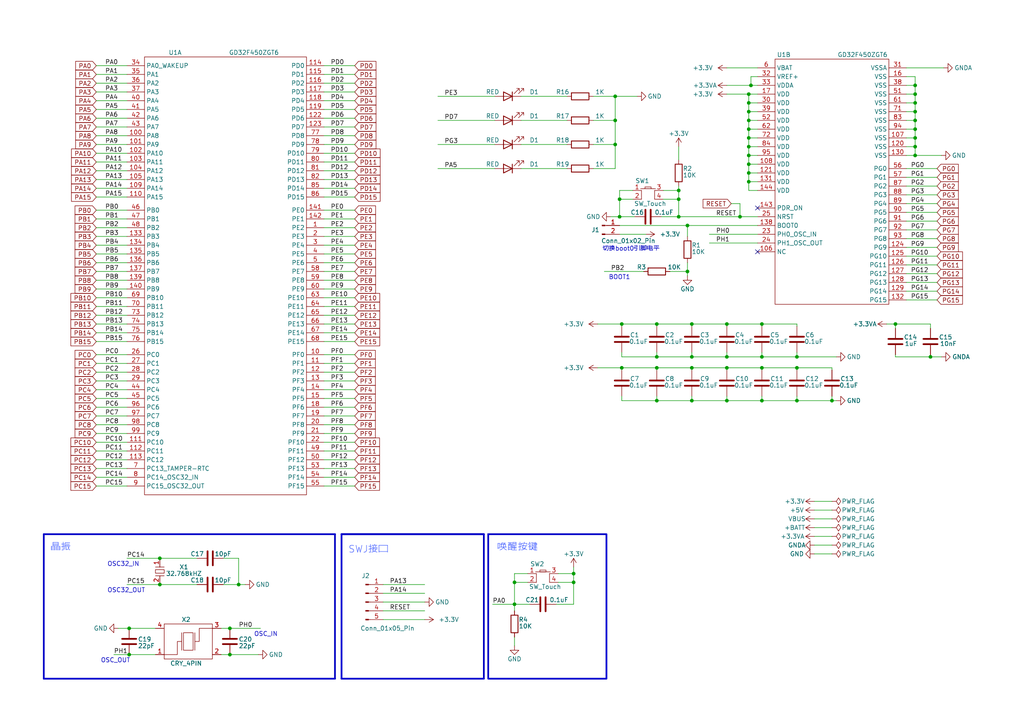
<source format=kicad_sch>
(kicad_sch (version 20230121) (generator eeschema)
  (paper "A4")
  (title_block (title "db_gd32f450") (date "2023-07-18"))
  (lib_symbols
    (symbol "Connector:Conn_01x02_Pin" (pin_names (offset 1.016) hide)
      (property "Reference" "J" (at 0 2.54 0))
      (property "Value" "Conn_01x02_Pin" (at 0 -5.08 0))
      (symbol "Conn_01x02_Pin_1_1"
        (pin passive line (at 5.08 0 180) (length 3.81) (name "Pin_1") (number "1"))
        (pin passive line (at 5.08 -2.54 180) (length 3.81) (name "Pin_2") (number "2"))
      )
    )
    (symbol "Connector:Conn_01x05_Pin" (pin_names (offset 1.016) hide)
      (property "Reference" "J" (at 0 7.62 0))
      (property "Value" "Conn_01x05_Pin" (at 0 -7.62 0))
      (symbol "Conn_01x05_Pin_1_1"
        (pin passive line (at 5.08 5.08 180) (length 3.81) (name "Pin_1") (number "1"))
        (pin passive line (at 5.08 2.54 180) (length 3.81) (name "Pin_2") (number "2"))
        (pin passive line (at 5.08 0 180) (length 3.81) (name "Pin_3") (number "3"))
        (pin passive line (at 5.08 -2.54 180) (length 3.81) (name "Pin_4") (number "4"))
        (pin passive line (at 5.08 -5.08 180) (length 3.81) (name "Pin_5") (number "5"))
      )
    )
    (symbol "Device:C" (pin_numbers hide) (pin_names (offset 0.254))
      (property "Reference" "C" (at 0.635 2.54 0))
      (property "Value" "C" (at 0.635 -2.54 0))
      (symbol "C_1_1"
        (pin passive line (at 0 3.81 270) (length 2.794) (name "~") (number "1"))
        (pin passive line (at 0 -3.81 90) (length 2.794) (name "~") (number "2"))
      )
    )
    (symbol "Device:LED" (pin_numbers hide) (pin_names (offset 1.016) hide)
      (property "Reference" "D" (at 0 2.54 0))
      (property "Value" "LED" (at 0 -2.54 0))
      (symbol "LED_1_1"
        (pin passive line (at -3.81 0 0) (length 2.54) (name "K") (number "1"))
        (pin passive line (at 3.81 0 180) (length 2.54) (name "A") (number "2"))
      )
    )
    (symbol "Device:R" (pin_numbers hide) (pin_names (offset 0))
      (property "Reference" "R" (at 2.032 0 90))
      (property "Value" "R" (at 0 0 90))
      (symbol "R_1_1"
        (pin passive line (at 0 3.81 270) (length 1.27) (name "~") (number "1"))
        (pin passive line (at 0 -3.81 90) (length 1.27) (name "~") (number "2"))
      )
    )
    (symbol "os_crystal_oscillator_libary:CRY_2PIN"
      (property "Reference" "X" (at -2.54 0 0))
      (property "Value" "CRY_2PIN" (at -2.54 -5.08 0))
      (symbol "CRY_2PIN_1_1"
        (pin passive line (at -6.35 -2.54 0) (length 2.54) (name "") (number "1"))
        (pin passive line (at 1.27 -2.54 180) (length 2.54) (name "") (number "2"))
      )
    )
    (symbol "os_crystal_oscillator_libary:CRY_4PIN"
      (property "Reference" "X" (at 0 1.27 0))
      (property "Value" "CRY_4PIN" (at 0 -11.43 0))
      (symbol "CRY_4PIN_1_1"
        (pin passive line (at -8.89 -8.89 0) (length 2.54) (name "") (number "1"))
        (pin passive line (at 10.16 -8.89 180) (length 2.54) (name "") (number "2"))
        (pin passive line (at 10.16 -1.27 180) (length 2.54) (name "") (number "3"))
        (pin passive line (at -8.89 -1.27 0) (length 2.54) (name "") (number "4"))
      )
    )
    (symbol "os_mcu_libary:U_GD32F450ZGT6"
      (property "Reference" "U" (at -13.97 1.27 0))
      (property "Value" "GD32F450ZGT6" (at 8.89 1.27 0))
      (symbol "U_GD32F450ZGT6_1_1"
        (pin passive line (at 29.21 -49.53 180) (length 5.08) (name "PE2") (number "1"))
        (pin passive line (at 29.21 -86.36 180) (length 5.08) (name "PF0") (number "10"))
        (pin passive line (at -27.94 -22.86 0) (length 5.08) (name "PA8") (number "100"))
        (pin passive line (at -27.94 -25.4 0) (length 5.08) (name "PA9") (number "101"))
        (pin passive line (at -27.94 -27.94 0) (length 5.08) (name "PA10") (number "102"))
        (pin passive line (at -27.94 -30.48 0) (length 5.08) (name "PA11") (number "103"))
        (pin passive line (at -27.94 -33.02 0) (length 5.08) (name "PA12") (number "104"))
        (pin passive line (at -27.94 -35.56 0) (length 5.08) (name "PA13") (number "105"))
        (pin passive line (at -27.94 -38.1 0) (length 5.08) (name "PA14") (number "109"))
        (pin passive line (at 29.21 -88.9 180) (length 5.08) (name "PF1") (number "11"))
        (pin passive line (at -27.94 -40.64 0) (length 5.08) (name "PA15") (number "110"))
        (pin passive line (at -27.94 -111.76 0) (length 5.08) (name "PC10") (number "111"))
        (pin passive line (at -27.94 -114.3 0) (length 5.08) (name "PC11") (number "112"))
        (pin passive line (at -27.94 -116.84 0) (length 5.08) (name "PC12") (number "113"))
        (pin passive line (at 29.21 -2.54 180) (length 5.08) (name "PD0") (number "114"))
        (pin passive line (at 29.21 -5.08 180) (length 5.08) (name "PD1") (number "115"))
        (pin passive line (at 29.21 -7.62 180) (length 5.08) (name "PD2") (number "116"))
        (pin passive line (at 29.21 -10.16 180) (length 5.08) (name "PD3") (number "117"))
        (pin passive line (at 29.21 -12.7 180) (length 5.08) (name "PD4") (number "118"))
        (pin passive line (at 29.21 -15.24 180) (length 5.08) (name "PD5") (number "119"))
        (pin passive line (at 29.21 -91.44 180) (length 5.08) (name "PF2") (number "12"))
        (pin passive line (at 29.21 -17.78 180) (length 5.08) (name "PD6") (number "122"))
        (pin passive line (at 29.21 -20.32 180) (length 5.08) (name "PD7") (number "123"))
        (pin passive line (at 29.21 -93.98 180) (length 5.08) (name "PF3") (number "13"))
        (pin passive line (at -27.94 -52.07 0) (length 5.08) (name "PB3") (number "133"))
        (pin passive line (at -27.94 -54.61 0) (length 5.08) (name "PB4") (number "134"))
        (pin passive line (at -27.94 -57.15 0) (length 5.08) (name "PB5") (number "135"))
        (pin passive line (at -27.94 -59.69 0) (length 5.08) (name "PB6") (number "136"))
        (pin passive line (at -27.94 -62.23 0) (length 5.08) (name "PB7") (number "137"))
        (pin passive line (at -27.94 -64.77 0) (length 5.08) (name "PB8") (number "139"))
        (pin passive line (at 29.21 -96.52 180) (length 5.08) (name "PF4") (number "14"))
        (pin passive line (at -27.94 -67.31 0) (length 5.08) (name "PB9") (number "140"))
        (pin passive line (at 29.21 -44.45 180) (length 5.08) (name "PE0") (number "141"))
        (pin passive line (at 29.21 -46.99 180) (length 5.08) (name "PE1") (number "142"))
        (pin passive line (at 29.21 -99.06 180) (length 5.08) (name "PF5") (number "15"))
        (pin passive line (at 29.21 -101.6 180) (length 5.08) (name "PF6") (number "18"))
        (pin passive line (at 29.21 -104.14 180) (length 5.08) (name "PF7") (number "19"))
        (pin passive line (at 29.21 -52.07 180) (length 5.08) (name "PE3") (number "2"))
        (pin passive line (at 29.21 -106.68 180) (length 5.08) (name "PF8") (number "20"))
        (pin passive line (at 29.21 -109.22 180) (length 5.08) (name "PF9") (number "21"))
        (pin passive line (at 29.21 -111.76 180) (length 5.08) (name "PF10") (number "22"))
        (pin passive line (at -27.94 -86.36 0) (length 5.08) (name "PC0") (number "26"))
        (pin passive line (at -27.94 -88.9 0) (length 5.08) (name "PC1") (number "27"))
        (pin passive line (at -27.94 -91.44 0) (length 5.08) (name "PC2") (number "28"))
        (pin passive line (at -27.94 -93.98 0) (length 5.08) (name "PC3") (number "29"))
        (pin passive line (at 29.21 -54.61 180) (length 5.08) (name "PE4") (number "3"))
        (pin passive line (at -27.94 -2.54 0) (length 5.08) (name "PA0_WAKEUP") (number "34"))
        (pin passive line (at -27.94 -5.08 0) (length 5.08) (name "PA1") (number "35"))
        (pin passive line (at -27.94 -7.62 0) (length 5.08) (name "PA2") (number "36"))
        (pin passive line (at -27.94 -10.16 0) (length 5.08) (name "PA3") (number "37"))
        (pin passive line (at 29.21 -57.15 180) (length 5.08) (name "PE5") (number "4"))
        (pin passive line (at -27.94 -12.7 0) (length 5.08) (name "PA4") (number "40"))
        (pin passive line (at -27.94 -15.24 0) (length 5.08) (name "PA5") (number "41"))
        (pin passive line (at -27.94 -17.78 0) (length 5.08) (name "PA6") (number "42"))
        (pin passive line (at -27.94 -20.32 0) (length 5.08) (name "PA7") (number "43"))
        (pin passive line (at -27.94 -96.52 0) (length 5.08) (name "PC4") (number "44"))
        (pin passive line (at -27.94 -99.06 0) (length 5.08) (name "PC5") (number "45"))
        (pin passive line (at -27.94 -44.45 0) (length 5.08) (name "PB0") (number "46"))
        (pin passive line (at -27.94 -46.99 0) (length 5.08) (name "PB1") (number "47"))
        (pin passive line (at -27.94 -49.53 0) (length 5.08) (name "PB2") (number "48"))
        (pin passive line (at 29.21 -114.3 180) (length 5.08) (name "PF11") (number "49"))
        (pin passive line (at 29.21 -59.69 180) (length 5.08) (name "PE6") (number "5"))
        (pin passive line (at 29.21 -116.84 180) (length 5.08) (name "PF12") (number "50"))
        (pin passive line (at 29.21 -119.38 180) (length 5.08) (name "PF13") (number "53"))
        (pin passive line (at 29.21 -121.92 180) (length 5.08) (name "PF14") (number "54"))
        (pin passive line (at 29.21 -124.46 180) (length 5.08) (name "PF15") (number "55"))
        (pin passive line (at 29.21 -62.23 180) (length 5.08) (name "PE7") (number "58"))
        (pin passive line (at 29.21 -64.77 180) (length 5.08) (name "PE8") (number "59"))
        (pin passive line (at 29.21 -67.31 180) (length 5.08) (name "PE9") (number "60"))
        (pin passive line (at 29.21 -69.85 180) (length 5.08) (name "PE10") (number "63"))
        (pin passive line (at 29.21 -72.39 180) (length 5.08) (name "PE11") (number "64"))
        (pin passive line (at 29.21 -74.93 180) (length 5.08) (name "PE12") (number "65"))
        (pin passive line (at 29.21 -77.47 180) (length 5.08) (name "PE13") (number "66"))
        (pin passive line (at 29.21 -80.01 180) (length 5.08) (name "PE14") (number "67"))
        (pin passive line (at 29.21 -82.55 180) (length 5.08) (name "PE15") (number "68"))
        (pin passive line (at -27.94 -69.85 0) (length 5.08) (name "PB10") (number "69"))
        (pin passive line (at -27.94 -119.38 0) (length 5.08) (name "PC13_TAMPER-RTC") (number "7"))
        (pin passive line (at -27.94 -72.39 0) (length 5.08) (name "PB11") (number "70"))
        (pin passive line (at -27.94 -74.93 0) (length 5.08) (name "PB12") (number "73"))
        (pin passive line (at -27.94 -77.47 0) (length 5.08) (name "PB13") (number "74"))
        (pin passive line (at -27.94 -80.01 0) (length 5.08) (name "PB14") (number "75"))
        (pin passive line (at -27.94 -82.55 0) (length 5.08) (name "PB15") (number "76"))
        (pin passive line (at 29.21 -22.86 180) (length 5.08) (name "PD8") (number "77"))
        (pin passive line (at 29.21 -25.4 180) (length 5.08) (name "PD9") (number "78"))
        (pin passive line (at 29.21 -27.94 180) (length 5.08) (name "PD10") (number "79"))
        (pin passive line (at -27.94 -121.92 0) (length 5.08) (name "PC14_OSC32_IN") (number "8"))
        (pin passive line (at 29.21 -30.48 180) (length 5.08) (name "PD11") (number "80"))
        (pin passive line (at 29.21 -33.02 180) (length 5.08) (name "PD12") (number "81"))
        (pin passive line (at 29.21 -35.56 180) (length 5.08) (name "PD13") (number "82"))
        (pin passive line (at 29.21 -38.1 180) (length 5.08) (name "PD14") (number "85"))
        (pin passive line (at 29.21 -40.64 180) (length 5.08) (name "PD15") (number "86"))
        (pin passive line (at -27.94 -124.46 0) (length 5.08) (name "PC15_OSC32_OUT") (number "9"))
        (pin passive line (at -27.94 -101.6 0) (length 5.08) (name "PC6") (number "96"))
        (pin passive line (at -27.94 -104.14 0) (length 5.08) (name "PC7") (number "97"))
        (pin passive line (at -27.94 -106.68 0) (length 5.08) (name "PC8") (number "98"))
        (pin passive line (at -27.94 -109.22 0) (length 5.08) (name "PC9") (number "99"))
      )
      (symbol "U_GD32F450ZGT6_2_1"
        (pin passive line (at -21.59 -55.88 0) (length 5.08) (name "NC") (number "106"))
        (pin passive line (at 21.59 -22.86 180) (length 5.08) (name "VSS") (number "107"))
        (pin passive line (at -21.59 -30.48 0) (length 5.08) (name "VDD") (number "108"))
        (pin passive line (at 21.59 -25.4 180) (length 5.08) (name "VSS") (number "120"))
        (pin passive line (at -21.59 -33.02 0) (length 5.08) (name "VDD") (number "121"))
        (pin passive line (at 21.59 -54.61 180) (length 5.08) (name "PG9") (number "124"))
        (pin passive line (at 21.59 -57.15 180) (length 5.08) (name "PG10") (number "125"))
        (pin passive line (at 21.59 -59.69 180) (length 5.08) (name "PG11") (number "126"))
        (pin passive line (at 21.59 -62.23 180) (length 5.08) (name "PG12") (number "127"))
        (pin passive line (at 21.59 -64.77 180) (length 5.08) (name "PG13") (number "128"))
        (pin passive line (at 21.59 -67.31 180) (length 5.08) (name "PG14") (number "129"))
        (pin passive line (at 21.59 -27.94 180) (length 5.08) (name "VSS") (number "130"))
        (pin passive line (at -21.59 -35.56 0) (length 5.08) (name "VDD") (number "131"))
        (pin passive line (at 21.59 -69.85 180) (length 5.08) (name "PG15") (number "132"))
        (pin passive line (at -21.59 -48.26 0) (length 5.08) (name "BOOT0") (number "138"))
        (pin passive line (at -21.59 -43.18 0) (length 5.08) (name "PDR_ON") (number "143"))
        (pin passive line (at -21.59 -38.1 0) (length 5.08) (name "VDD") (number "144"))
        (pin passive line (at 21.59 -5.08 180) (length 5.08) (name "VSS") (number "16"))
        (pin passive line (at -21.59 -10.16 0) (length 5.08) (name "VDD") (number "17"))
        (pin passive line (at -21.59 -50.8 0) (length 5.08) (name "PH0_OSC_IN") (number "23"))
        (pin passive line (at -21.59 -53.34 0) (length 5.08) (name "PH1_OSC_OUT") (number "24"))
        (pin passive line (at -21.59 -45.72 0) (length 5.08) (name "NRST") (number "25"))
        (pin passive line (at -21.59 -12.7 0) (length 5.08) (name "VDD") (number "30"))
        (pin passive line (at 21.59 -2.54 180) (length 5.08) (name "VSSA") (number "31"))
        (pin passive line (at -21.59 -5.08 0) (length 5.08) (name "VREF+") (number "32"))
        (pin passive line (at -21.59 -7.62 0) (length 5.08) (name "VDDA") (number "33"))
        (pin passive line (at 21.59 -7.62 180) (length 5.08) (name "VSS") (number "38"))
        (pin passive line (at -21.59 -15.24 0) (length 5.08) (name "VDD") (number "39"))
        (pin passive line (at 21.59 -10.16 180) (length 5.08) (name "VSS") (number "51"))
        (pin passive line (at -21.59 -17.78 0) (length 5.08) (name "VDD") (number "52"))
        (pin passive line (at 21.59 -31.75 180) (length 5.08) (name "PG0") (number "56"))
        (pin passive line (at 21.59 -34.29 180) (length 5.08) (name "PG1") (number "57"))
        (pin passive line (at -21.59 -2.54 0) (length 5.08) (name "VBAT") (number "6"))
        (pin passive line (at 21.59 -12.7 180) (length 5.08) (name "VSS") (number "61"))
        (pin passive line (at -21.59 -20.32 0) (length 5.08) (name "VDD") (number "62"))
        (pin passive line (at 21.59 -15.24 180) (length 5.08) (name "VSS") (number "71"))
        (pin passive line (at -21.59 -22.86 0) (length 5.08) (name "VDD") (number "72"))
        (pin passive line (at 21.59 -17.78 180) (length 5.08) (name "VSS") (number "83"))
        (pin passive line (at -21.59 -25.4 0) (length 5.08) (name "VDD") (number "84"))
        (pin passive line (at 21.59 -36.83 180) (length 5.08) (name "PG2") (number "87"))
        (pin passive line (at 21.59 -39.37 180) (length 5.08) (name "PG3") (number "88"))
        (pin passive line (at 21.59 -41.91 180) (length 5.08) (name "PG4") (number "89"))
        (pin passive line (at 21.59 -44.45 180) (length 5.08) (name "PG5") (number "90"))
        (pin passive line (at 21.59 -46.99 180) (length 5.08) (name "PG6") (number "91"))
        (pin passive line (at 21.59 -49.53 180) (length 5.08) (name "PG7") (number "92"))
        (pin passive line (at 21.59 -52.07 180) (length 5.08) (name "PG8") (number "93"))
        (pin passive line (at 21.59 -20.32 180) (length 5.08) (name "VSS") (number "94"))
        (pin passive line (at -21.59 -27.94 0) (length 5.08) (name "VDD") (number "95"))
      )
    )
    (symbol "os_switch_libary:SW_Touch"
      (property "Reference" "SW" (at -2.286 0.254 0))
      (property "Value" "SW_Touch" (at 0 -6.35 0))
      (symbol "SW_Touch_1_1"
        (pin passive line (at -5.08 -2.54 0) (length 2.54) (name "") (number "1"))
        (pin passive line (at -5.08 -5.08 0) (length 2.54) (name "") (number "2"))
        (pin passive line (at 3.81 -2.54 180) (length 2.54) (name "") (number "3"))
        (pin passive line (at 3.81 -5.08 180) (length 2.54) (name "") (number "4"))
      )
    )
    (symbol "power:+3.3V" (power) (pin_names (offset 0))
      (property "Value" "+3.3V" (at 0 3.556 0))
      (symbol "+3.3V_1_1"
        (pin power_in line (at 0 0 90) (length 0) hide (name "+3.3V") (number "1"))
      )
    )
    (symbol "power:+3.3VA" (power) (pin_names (offset 0))
      (property "Value" "+3.3VA" (at 0 3.556 0))
      (symbol "+3.3VA_1_1"
        (pin power_in line (at 0 0 90) (length 0) hide (name "+3.3VA") (number "1"))
      )
    )
    (symbol "power:+5V" (power) (pin_names (offset 0))
      (property "Value" "+5V" (at 0 3.556 0))
      (symbol "+5V_1_1"
        (pin power_in line (at 0 0 90) (length 0) hide (name "+5V") (number "1"))
      )
    )
    (symbol "power:+BATT" (power) (pin_names (offset 0))
      (property "Value" "+BATT" (at 0 3.556 0))
      (symbol "+BATT_1_1"
        (pin power_in line (at 0 0 90) (length 0) hide (name "+BATT") (number "1"))
      )
    )
    (symbol "power:GND" (power) (pin_names (offset 0))
      (property "Value" "GND" (at 0 -3.81 0))
      (symbol "GND_1_1"
        (pin power_in line (at 0 0 270) (length 0) hide (name "GND") (number "1"))
      )
    )
    (symbol "power:GNDA" (power) (pin_names (offset 0))
      (property "Value" "GNDA" (at 0 -3.81 0))
      (symbol "GNDA_1_1"
        (pin power_in line (at 0 0 270) (length 0) hide (name "GNDA") (number "1"))
      )
    )
    (symbol "power:PWR_FLAG" (power) (pin_numbers hide) (pin_names (offset 0) hide)
      (property "Value" "PWR_FLAG" (at 0 3.81 0))
      (symbol "PWR_FLAG_0_0"
        (pin power_out line (at 0 0 90) (length 0) (name "pwr") (number "1"))
      )
    )
    (symbol "power:VBUS" (power) (pin_names (offset 0))
      (property "Value" "VBUS" (at 0 3.81 0))
      (symbol "VBUS_1_1"
        (pin power_in line (at 0 0 90) (length 0) hide (name "VBUS") (number "1"))
      )
    )
  )
  (junction (at 190.5 93.98))
  (junction (at 220.98 103.505))
  (junction (at 217.17 40.005))
  (junction (at 37.465 182.245))
  (junction (at 210.82 116.205))
  (junction (at 265.43 29.845))
  (junction (at 190.5 116.205))
  (junction (at 179.705 57.785))
  (junction (at 265.43 42.545))
  (junction (at 180.34 93.98))
  (junction (at 265.43 40.005))
  (junction (at 200.66 103.505))
  (junction (at 199.39 78.74))
  (junction (at 265.43 45.085))
  (junction (at 265.43 37.465))
  (junction (at 214.63 62.865))
  (junction (at 37.465 189.865))
  (junction (at 241.3 116.205))
  (junction (at 210.82 103.505))
  (junction (at 149.225 168.91))
  (junction (at 217.17 42.545))
  (junction (at 217.17 37.465))
  (junction (at 190.5 103.505))
  (junction (at 149.225 175.26))
  (junction (at 265.43 34.925))
  (junction (at 217.17 47.625))
  (junction (at 190.5 106.68))
  (junction (at 217.17 27.305))
  (junction (at 199.39 65.405))
  (junction (at 66.675 189.865))
  (junction (at 265.43 24.765))
  (junction (at 178.435 34.925))
  (junction (at 180.34 106.68))
  (junction (at 217.17 50.165))
  (junction (at 66.675 182.245))
  (junction (at 196.85 57.785))
  (junction (at 200.66 116.205))
  (junction (at 178.435 41.91))
  (junction (at 269.875 103.505))
  (junction (at 217.17 45.085))
  (junction (at 210.82 106.68))
  (junction (at 166.37 166.37))
  (junction (at 217.805 24.765))
  (junction (at 217.17 34.925))
  (junction (at 178.435 27.94))
  (junction (at 210.82 93.98))
  (junction (at 265.43 27.305))
  (junction (at 217.17 29.845))
  (junction (at 220.98 106.68))
  (junction (at 231.14 103.505))
  (junction (at 231.14 116.205))
  (junction (at 200.66 106.68))
  (junction (at 179.705 62.865))
  (junction (at 46.355 169.545))
  (junction (at 231.14 106.68))
  (junction (at 196.85 62.865))
  (junction (at 265.43 32.385))
  (junction (at 220.98 93.98))
  (junction (at 220.98 116.205))
  (junction (at 200.66 93.98))
  (junction (at 46.355 161.925))
  (junction (at 259.715 93.98))
  (junction (at 217.17 52.705))
  (junction (at 166.37 168.91))
  (junction (at 69.215 169.545))
  (junction (at 196.85 55.245))
  (junction (at 217.17 32.385))
  (no_connect (at 219.71 73.025))
  (no_connect (at 219.71 60.325))
  (wire (pts (xy 27.94 44.45) (xy 36.83 44.45)))
  (wire (pts (xy 27.94 41.91) (xy 36.83 41.91)))
  (wire (pts (xy 259.715 93.98) (xy 259.715 95.25)))
  (wire (pts (xy 27.94 31.75) (xy 36.83 31.75)))
  (wire (pts (xy 27.94 71.12) (xy 36.83 71.12)))
  (wire (pts (xy 214.63 62.865) (xy 214.63 59.055)))
  (wire (pts (xy 262.89 84.455) (xy 271.78 84.455)))
  (wire (pts (xy 190.5 116.205) (xy 190.5 114.935)))
  (wire (pts (xy 93.98 128.27) (xy 102.87 128.27)))
  (wire (pts (xy 127 34.925) (xy 143.51 34.925)))
  (wire (pts (xy 27.94 49.53) (xy 36.83 49.53)))
  (wire (pts (xy 262.89 48.895) (xy 271.78 48.895)))
  (wire (pts (xy 190.5 106.68) (xy 200.66 106.68)))
  (wire (pts (xy 93.98 120.65) (xy 102.87 120.65)))
  (wire (pts (xy 175.26 78.74) (xy 186.69 78.74)))
  (wire (pts (xy 93.98 123.19) (xy 102.87 123.19)))
  (wire (pts (xy 93.98 110.49) (xy 102.87 110.49)))
  (wire (pts (xy 27.94 128.27) (xy 36.83 128.27)))
  (wire (pts (xy 217.17 29.845) (xy 217.17 32.385)))
  (wire (pts (xy 199.39 65.405) (xy 219.71 65.405)))
  (wire (pts (xy 220.98 116.205) (xy 220.98 114.935)))
  (wire (pts (xy 259.715 93.98) (xy 269.875 93.98)))
  (wire (pts (xy 37.465 189.865) (xy 45.085 189.865)))
  (wire (pts (xy 192.405 57.785) (xy 196.85 57.785)))
  (wire (pts (xy 27.94 130.81) (xy 36.83 130.81)))
  (wire (pts (xy 166.37 175.26) (xy 161.29 175.26)))
  (wire (pts (xy 93.98 86.36) (xy 102.87 86.36)))
  (wire (pts (xy 200.66 106.68) (xy 210.82 106.68)))
  (wire (pts (xy 205.74 70.485) (xy 219.71 70.485)))
  (wire (pts (xy 93.98 57.15) (xy 102.87 57.15)))
  (wire (pts (xy 149.225 184.785) (xy 149.225 187.325)))
  (wire (pts (xy 27.94 105.41) (xy 36.83 105.41)))
  (wire (pts (xy 93.98 130.81) (xy 102.87 130.81)))
  (wire (pts (xy 69.215 161.925) (xy 69.215 169.545)))
  (wire (pts (xy 178.435 41.91) (xy 178.435 48.895)))
  (wire (pts (xy 27.94 118.11) (xy 36.83 118.11)))
  (wire (pts (xy 190.5 116.205) (xy 200.66 116.205)))
  (wire (pts (xy 190.5 103.505) (xy 190.5 102.235)))
  (wire (pts (xy 93.98 19.05) (xy 102.87 19.05)))
  (wire (pts (xy 111.125 169.545) (xy 123.19 169.545)))
  (wire (pts (xy 236.22 147.955) (xy 241.3 147.955)))
  (wire (pts (xy 262.89 61.595) (xy 271.78 61.595)))
  (polyline (pts (xy 97.155 196.85) (xy 12.7 196.85)) (stroke (width 0.5)))
  (wire (pts (xy 220.98 116.205) (xy 231.14 116.205)))
  (wire (pts (xy 262.89 66.675) (xy 271.78 66.675)))
  (wire (pts (xy 217.17 37.465) (xy 219.71 37.465)))
  (wire (pts (xy 93.98 63.5) (xy 102.87 63.5)))
  (wire (pts (xy 93.98 140.97) (xy 102.87 140.97)))
  (wire (pts (xy 93.98 26.67) (xy 102.87 26.67)))
  (wire (pts (xy 259.715 102.87) (xy 259.715 103.505)))
  (wire (pts (xy 93.98 83.82) (xy 102.87 83.82)))
  (wire (pts (xy 93.98 34.29) (xy 102.87 34.29)))
  (wire (pts (xy 64.77 169.545) (xy 69.215 169.545)))
  (wire (pts (xy 172.085 27.94) (xy 178.435 27.94)))
  (wire (pts (xy 93.98 66.04) (xy 102.87 66.04)))
  (wire (pts (xy 219.71 22.225) (xy 217.805 22.225)))
  (wire (pts (xy 27.94 81.28) (xy 36.83 81.28)))
  (wire (pts (xy 265.43 24.765) (xy 265.43 27.305)))
  (wire (pts (xy 236.22 160.655) (xy 241.3 160.655)))
  (wire (pts (xy 180.34 93.98) (xy 190.5 93.98)))
  (wire (pts (xy 178.435 34.925) (xy 178.435 41.91)))
  (wire (pts (xy 236.22 145.415) (xy 241.3 145.415)))
  (wire (pts (xy 27.94 99.06) (xy 36.83 99.06)))
  (wire (pts (xy 265.43 34.925) (xy 262.89 34.925)))
  (wire (pts (xy 93.98 29.21) (xy 102.87 29.21)))
  (wire (pts (xy 262.89 69.215) (xy 271.78 69.215)))
  (wire (pts (xy 196.85 55.245) (xy 192.405 55.245)))
  (polyline (pts (xy 12.7 154.94) (xy 97.155 154.94)) (stroke (width 0.5)))
  (wire (pts (xy 27.94 63.5) (xy 36.83 63.5)))
  (wire (pts (xy 217.17 37.465) (xy 217.17 40.005)))
  (wire (pts (xy 46.355 161.925) (xy 57.15 161.925)))
  (wire (pts (xy 179.705 65.405) (xy 199.39 65.405)))
  (wire (pts (xy 236.22 153.035) (xy 241.3 153.035)))
  (wire (pts (xy 93.98 118.11) (xy 102.87 118.11)))
  (wire (pts (xy 93.98 36.83) (xy 102.87 36.83)))
  (wire (pts (xy 27.94 88.9) (xy 36.83 88.9)))
  (wire (pts (xy 93.98 102.87) (xy 102.87 102.87)))
  (wire (pts (xy 210.82 94.615) (xy 210.82 93.98)))
  (wire (pts (xy 265.43 29.845) (xy 262.89 29.845)))
  (wire (pts (xy 262.89 56.515) (xy 271.78 56.515)))
  (wire (pts (xy 217.17 50.165) (xy 219.71 50.165)))
  (wire (pts (xy 93.98 44.45) (xy 102.87 44.45)))
  (wire (pts (xy 200.66 103.505) (xy 200.66 102.235)))
  (wire (pts (xy 66.675 182.245) (xy 75.565 182.245)))
  (wire (pts (xy 180.34 116.205) (xy 180.34 114.935)))
  (wire (pts (xy 34.29 182.245) (xy 37.465 182.245)))
  (wire (pts (xy 27.94 54.61) (xy 36.83 54.61)))
  (wire (pts (xy 217.17 52.705) (xy 219.71 52.705)))
  (wire (pts (xy 210.82 106.68) (xy 210.82 107.315)))
  (wire (pts (xy 200.66 94.615) (xy 200.66 93.98)))
  (wire (pts (xy 265.43 22.225) (xy 262.89 22.225)))
  (wire (pts (xy 27.94 115.57) (xy 36.83 115.57)))
  (wire (pts (xy 27.94 66.04) (xy 36.83 66.04)))
  (wire (pts (xy 173.355 93.98) (xy 180.34 93.98)))
  (wire (pts (xy 183.515 55.245) (xy 179.705 55.245)))
  (wire (pts (xy 93.98 125.73) (xy 102.87 125.73)))
  (wire (pts (xy 217.17 55.245) (xy 219.71 55.245)))
  (wire (pts (xy 151.13 41.91) (xy 164.465 41.91)))
  (wire (pts (xy 127 41.91) (xy 143.51 41.91)))
  (wire (pts (xy 93.98 99.06) (xy 102.87 99.06)))
  (wire (pts (xy 179.705 67.945) (xy 187.325 67.945)))
  (wire (pts (xy 111.125 177.165) (xy 123.19 177.165)))
  (wire (pts (xy 217.805 24.765) (xy 219.71 24.765)))
  (wire (pts (xy 194.31 78.74) (xy 199.39 78.74)))
  (wire (pts (xy 196.85 55.245) (xy 196.85 57.785)))
  (wire (pts (xy 196.85 53.975) (xy 196.85 55.245)))
  (wire (pts (xy 265.43 37.465) (xy 262.89 37.465)))
  (wire (pts (xy 27.94 76.2) (xy 36.83 76.2)))
  (wire (pts (xy 111.125 179.705) (xy 123.19 179.705)))
  (wire (pts (xy 27.94 46.99) (xy 36.83 46.99)))
  (wire (pts (xy 93.98 54.61) (xy 102.87 54.61)))
  (wire (pts (xy 217.17 50.165) (xy 217.17 52.705)))
  (wire (pts (xy 180.34 106.68) (xy 190.5 106.68)))
  (wire (pts (xy 210.82 24.765) (xy 217.805 24.765)))
  (wire (pts (xy 190.5 103.505) (xy 200.66 103.505)))
  (wire (pts (xy 93.98 115.57) (xy 102.87 115.57)))
  (wire (pts (xy 217.17 47.625) (xy 217.17 50.165)))
  (wire (pts (xy 262.89 59.055) (xy 271.78 59.055)))
  (wire (pts (xy 27.94 140.97) (xy 36.83 140.97)))
  (wire (pts (xy 196.85 62.865) (xy 214.63 62.865)))
  (wire (pts (xy 93.98 76.2) (xy 102.87 76.2)))
  (wire (pts (xy 93.98 138.43) (xy 102.87 138.43)))
  (wire (pts (xy 27.94 102.87) (xy 36.83 102.87)))
  (wire (pts (xy 27.94 138.43) (xy 36.83 138.43)))
  (wire (pts (xy 217.17 47.625) (xy 219.71 47.625)))
  (wire (pts (xy 93.98 52.07) (xy 102.87 52.07)))
  (wire (pts (xy 93.98 135.89) (xy 102.87 135.89)))
  (wire (pts (xy 93.98 113.03) (xy 102.87 113.03)))
  (wire (pts (xy 236.22 155.575) (xy 241.3 155.575)))
  (wire (pts (xy 265.43 40.005) (xy 265.43 42.545)))
  (wire (pts (xy 217.17 42.545) (xy 217.17 45.085)))
  (wire (pts (xy 179.705 57.785) (xy 179.705 55.245)))
  (wire (pts (xy 93.98 91.44) (xy 102.87 91.44)))
  (wire (pts (xy 93.98 78.74) (xy 102.87 78.74)))
  (wire (pts (xy 200.66 93.98) (xy 210.82 93.98)))
  (wire (pts (xy 27.94 24.13) (xy 36.83 24.13)))
  (wire (pts (xy 127 27.94) (xy 143.51 27.94)))
  (wire (pts (xy 149.225 168.91) (xy 149.225 175.26)))
  (wire (pts (xy 93.98 133.35) (xy 102.87 133.35)))
  (wire (pts (xy 151.13 48.895) (xy 164.465 48.895)))
  (wire (pts (xy 172.085 34.925) (xy 178.435 34.925)))
  (wire (pts (xy 93.98 88.9) (xy 102.87 88.9)))
  (wire (pts (xy 217.17 27.305) (xy 217.17 29.845)))
  (wire (pts (xy 265.43 32.385) (xy 262.89 32.385)))
  (wire (pts (xy 231.14 93.98) (xy 231.14 94.615)))
  (wire (pts (xy 265.43 37.465) (xy 265.43 40.005)))
  (wire (pts (xy 269.875 102.87) (xy 269.875 103.505)))
  (wire (pts (xy 93.98 39.37) (xy 102.87 39.37)))
  (wire (pts (xy 93.98 68.58) (xy 102.87 68.58)))
  (wire (pts (xy 220.98 103.505) (xy 220.98 102.235)))
  (wire (pts (xy 265.43 32.385) (xy 265.43 34.925)))
  (wire (pts (xy 27.94 133.35) (xy 36.83 133.35)))
  (wire (pts (xy 231.14 106.68) (xy 231.14 107.315)))
  (wire (pts (xy 74.93 189.865) (xy 66.675 189.865)))
  (wire (pts (xy 178.435 48.895) (xy 172.085 48.895)))
  (wire (pts (xy 220.98 94.615) (xy 220.98 93.98)))
  (wire (pts (xy 93.98 107.95) (xy 102.87 107.95)))
  (wire (pts (xy 142.875 175.26) (xy 149.225 175.26)))
  (wire (pts (xy 199.39 65.405) (xy 199.39 68.58)))
  (wire (pts (xy 27.94 110.49) (xy 36.83 110.49)))
  (wire (pts (xy 199.39 78.74) (xy 199.39 76.2)))
  (wire (pts (xy 265.43 22.225) (xy 265.43 24.765)))
  (wire (pts (xy 217.17 52.705) (xy 217.17 55.245)))
  (wire (pts (xy 27.94 57.15) (xy 36.83 57.15)))
  (wire (pts (xy 27.94 39.37) (xy 36.83 39.37)))
  (wire (pts (xy 220.98 103.505) (xy 231.14 103.505)))
  (wire (pts (xy 265.43 42.545) (xy 262.89 42.545)))
  (wire (pts (xy 262.89 71.755) (xy 271.78 71.755)))
  (wire (pts (xy 265.43 29.845) (xy 265.43 32.385)))
  (wire (pts (xy 127 48.895) (xy 143.51 48.895)))
  (wire (pts (xy 231.14 103.505) (xy 242.57 103.505)))
  (wire (pts (xy 210.82 19.685) (xy 219.71 19.685)))
  (wire (pts (xy 27.94 19.05) (xy 36.83 19.05)))
  (wire (pts (xy 93.98 24.13) (xy 102.87 24.13)))
  (wire (pts (xy 93.98 93.98) (xy 102.87 93.98)))
  (wire (pts (xy 149.225 166.37) (xy 149.225 168.91)))
  (polyline (pts (xy 99.06 154.94) (xy 140.335 154.94)) (stroke (width 0.5)))
  (wire (pts (xy 200.66 103.505) (xy 210.82 103.505)))
  (wire (pts (xy 236.22 158.115) (xy 241.3 158.115)))
  (wire (pts (xy 262.89 64.135) (xy 271.78 64.135)))
  (wire (pts (xy 93.98 81.28) (xy 102.87 81.28)))
  (wire (pts (xy 210.82 103.505) (xy 210.82 102.235)))
  (wire (pts (xy 265.43 45.085) (xy 273.05 45.085)))
  (wire (pts (xy 214.63 62.865) (xy 219.71 62.865)))
  (wire (pts (xy 214.63 59.055) (xy 212.09 59.055)))
  (wire (pts (xy 217.17 34.925) (xy 219.71 34.925)))
  (wire (pts (xy 220.98 106.68) (xy 231.14 106.68)))
  (wire (pts (xy 153.035 166.37) (xy 149.225 166.37)))
  (wire (pts (xy 27.94 125.73) (xy 36.83 125.73)))
  (wire (pts (xy 217.17 32.385) (xy 219.71 32.385)))
  (wire (pts (xy 220.98 106.68) (xy 220.98 107.315)))
  (wire (pts (xy 151.13 27.94) (xy 164.465 27.94)))
  (wire (pts (xy 217.17 42.545) (xy 219.71 42.545)))
  (wire (pts (xy 27.94 96.52) (xy 36.83 96.52)))
  (wire (pts (xy 93.98 49.53) (xy 102.87 49.53)))
  (wire (pts (xy 262.89 81.915) (xy 271.78 81.915)))
  (wire (pts (xy 180.34 106.68) (xy 180.34 107.315)))
  (wire (pts (xy 265.43 34.925) (xy 265.43 37.465)))
  (wire (pts (xy 265.43 24.765) (xy 262.89 24.765)))
  (wire (pts (xy 205.74 67.945) (xy 219.71 67.945)))
  (wire (pts (xy 200.66 116.205) (xy 210.82 116.205)))
  (wire (pts (xy 166.37 168.91) (xy 166.37 175.26)))
  (wire (pts (xy 36.83 169.545) (xy 46.355 169.545)))
  (wire (pts (xy 217.17 40.005) (xy 219.71 40.005)))
  (wire (pts (xy 217.17 45.085) (xy 217.17 47.625)))
  (wire (pts (xy 190.5 93.98) (xy 200.66 93.98)))
  (wire (pts (xy 27.94 135.89) (xy 36.83 135.89)))
  (wire (pts (xy 173.355 106.68) (xy 180.34 106.68)))
  (wire (pts (xy 93.98 21.59) (xy 102.87 21.59)))
  (wire (pts (xy 93.98 31.75) (xy 102.87 31.75)))
  (wire (pts (xy 27.94 91.44) (xy 36.83 91.44)))
  (wire (pts (xy 27.94 60.96) (xy 36.83 60.96)))
  (polyline (pts (xy 140.335 196.85) (xy 99.06 196.85)) (stroke (width 0.5)))
  (wire (pts (xy 93.98 96.52) (xy 102.87 96.52)))
  (wire (pts (xy 265.43 45.085) (xy 262.89 45.085)))
  (wire (pts (xy 179.705 62.865) (xy 184.15 62.865)))
  (polyline (pts (xy 97.155 154.94) (xy 97.155 196.85)) (stroke (width 0.5)))
  (wire (pts (xy 265.43 27.305) (xy 262.89 27.305)))
  (wire (pts (xy 217.17 45.085) (xy 219.71 45.085)))
  (wire (pts (xy 149.225 175.26) (xy 153.67 175.26)))
  (wire (pts (xy 27.94 107.95) (xy 36.83 107.95)))
  (wire (pts (xy 259.715 103.505) (xy 269.875 103.505)))
  (wire (pts (xy 111.125 174.625) (xy 123.19 174.625)))
  (wire (pts (xy 262.89 53.975) (xy 271.78 53.975)))
  (wire (pts (xy 262.89 79.375) (xy 271.78 79.375)))
  (wire (pts (xy 161.925 168.91) (xy 166.37 168.91)))
  (wire (pts (xy 265.43 27.305) (xy 265.43 29.845)))
  (wire (pts (xy 27.94 26.67) (xy 36.83 26.67)))
  (wire (pts (xy 265.43 40.005) (xy 262.89 40.005)))
  (wire (pts (xy 93.98 60.96) (xy 102.87 60.96)))
  (wire (pts (xy 191.77 62.865) (xy 196.85 62.865)))
  (wire (pts (xy 190.5 94.615) (xy 190.5 93.98)))
  (wire (pts (xy 149.225 175.26) (xy 149.225 177.165)))
  (polyline (pts (xy 140.335 154.94) (xy 140.335 196.85)) (stroke (width 0.5)))
  (wire (pts (xy 27.94 73.66) (xy 36.83 73.66)))
  (wire (pts (xy 27.94 21.59) (xy 36.83 21.59)))
  (wire (pts (xy 241.3 106.68) (xy 241.3 107.315)))
  (wire (pts (xy 69.215 169.545) (xy 71.12 169.545)))
  (wire (pts (xy 241.3 116.205) (xy 242.57 116.205)))
  (wire (pts (xy 180.34 94.615) (xy 180.34 93.98)))
  (wire (pts (xy 27.94 36.83) (xy 36.83 36.83)))
  (wire (pts (xy 231.14 116.205) (xy 241.3 116.205)))
  (wire (pts (xy 217.17 32.385) (xy 217.17 34.925)))
  (wire (pts (xy 37.465 182.245) (xy 45.085 182.245)))
  (wire (pts (xy 27.94 78.74) (xy 36.83 78.74)))
  (wire (pts (xy 64.77 161.925) (xy 69.215 161.925)))
  (wire (pts (xy 210.82 103.505) (xy 220.98 103.505)))
  (wire (pts (xy 217.805 22.225) (xy 217.805 24.765)))
  (wire (pts (xy 27.94 120.65) (xy 36.83 120.65)))
  (wire (pts (xy 27.94 86.36) (xy 36.83 86.36)))
  (wire (pts (xy 178.435 27.94) (xy 184.785 27.94)))
  (wire (pts (xy 190.5 106.68) (xy 190.5 107.315)))
  (wire (pts (xy 27.94 113.03) (xy 36.83 113.03)))
  (wire (pts (xy 262.89 19.685) (xy 273.685 19.685)))
  (wire (pts (xy 265.43 42.545) (xy 265.43 45.085)))
  (polyline (pts (xy 12.7 154.94) (xy 12.7 196.85)) (stroke (width 0.5)))
  (wire (pts (xy 33.02 189.865) (xy 37.465 189.865)))
  (wire (pts (xy 93.98 73.66) (xy 102.87 73.66)))
  (wire (pts (xy 179.705 57.785) (xy 179.705 62.865)))
  (wire (pts (xy 219.71 27.305) (xy 217.17 27.305)))
  (wire (pts (xy 93.98 46.99) (xy 102.87 46.99)))
  (wire (pts (xy 180.34 103.505) (xy 180.34 102.235)))
  (wire (pts (xy 27.94 29.21) (xy 36.83 29.21)))
  (wire (pts (xy 200.66 106.68) (xy 200.66 107.315)))
  (polyline (pts (xy 99.06 154.94) (xy 140.335 154.94)) (stroke (width 0.5)))
  (wire (pts (xy 93.98 41.91) (xy 102.87 41.91)))
  (wire (pts (xy 151.13 34.925) (xy 164.465 34.925)))
  (wire (pts (xy 27.94 52.07) (xy 36.83 52.07)))
  (wire (pts (xy 200.66 116.205) (xy 200.66 114.935)))
  (wire (pts (xy 217.17 40.005) (xy 217.17 42.545)))
  (wire (pts (xy 262.89 76.835) (xy 271.78 76.835)))
  (wire (pts (xy 180.34 116.205) (xy 190.5 116.205)))
  (wire (pts (xy 236.22 150.495) (xy 241.3 150.495)))
  (wire (pts (xy 262.89 51.435) (xy 271.78 51.435)))
  (wire (pts (xy 111.125 172.085) (xy 123.19 172.085)))
  (wire (pts (xy 172.085 41.91) (xy 178.435 41.91)))
  (wire (pts (xy 64.135 182.245) (xy 66.675 182.245)))
  (wire (pts (xy 196.85 57.785) (xy 196.85 62.865)))
  (wire (pts (xy 199.39 80.01) (xy 199.39 78.74)))
  (wire (pts (xy 93.98 71.12) (xy 102.87 71.12)))
  (wire (pts (xy 231.14 116.205) (xy 231.14 114.935)))
  (wire (pts (xy 269.875 93.98) (xy 269.875 95.25)))
  (wire (pts (xy 36.83 161.925) (xy 46.355 161.925)))
  (wire (pts (xy 217.17 29.845) (xy 219.71 29.845)))
  (wire (pts (xy 66.675 189.865) (xy 64.135 189.865)))
  (wire (pts (xy 241.3 114.935) (xy 241.3 116.205)))
  (wire (pts (xy 269.875 103.505) (xy 273.05 103.505)))
  (polyline (pts (xy 99.06 154.94) (xy 99.06 196.85)) (stroke (width 0.5)))
  (wire (pts (xy 262.89 74.295) (xy 271.78 74.295)))
  (wire (pts (xy 166.37 168.91) (xy 166.37 166.37)))
  (wire (pts (xy 210.82 116.205) (xy 210.82 114.935)))
  (wire (pts (xy 93.98 105.41) (xy 102.87 105.41)))
  (wire (pts (xy 27.94 83.82) (xy 36.83 83.82)))
  (wire (pts (xy 180.34 103.505) (xy 190.5 103.505)))
  (wire (pts (xy 231.14 103.505) (xy 231.14 102.235)))
  (wire (pts (xy 179.705 57.785) (xy 183.515 57.785)))
  (wire (pts (xy 46.355 169.545) (xy 57.15 169.545)))
  (wire (pts (xy 27.94 123.19) (xy 36.83 123.19)))
  (wire (pts (xy 217.17 34.925) (xy 217.17 37.465)))
  (wire (pts (xy 210.82 27.305) (xy 217.17 27.305)))
  (wire (pts (xy 257.175 93.98) (xy 259.715 93.98)))
  (wire (pts (xy 196.85 42.545) (xy 196.85 46.355)))
  (wire (pts (xy 231.14 106.68) (xy 241.3 106.68)))
  (wire (pts (xy 178.435 27.94) (xy 178.435 34.925)))
  (wire (pts (xy 210.82 93.98) (xy 220.98 93.98)))
  (wire (pts (xy 210.82 106.68) (xy 220.98 106.68)))
  (wire (pts (xy 262.89 86.995) (xy 271.78 86.995)))
  (wire (pts (xy 166.37 166.37) (xy 166.37 164.465)))
  (wire (pts (xy 231.14 93.98) (xy 220.98 93.98)))
  (wire (pts (xy 27.94 93.98) (xy 36.83 93.98)))
  (wire (pts (xy 27.94 68.58) (xy 36.83 68.58)))
  (wire (pts (xy 27.94 34.29) (xy 36.83 34.29)))
  (wire (pts (xy 149.225 168.91) (xy 153.035 168.91)))
  (wire (pts (xy 177.165 62.865) (xy 179.705 62.865)))
  (wire (pts (xy 210.82 116.205) (xy 220.98 116.205)))
  (wire (pts (xy 161.925 166.37) (xy 166.37 166.37)))
  (rectangle (start 141.605 154.94) (end 175.895 196.85) (stroke (width 0.5)))
  (text "SWJ接口" (at 100.965 160.655 0) (effects (font (size 2 2)) (justify left bottom)))
  (text "OSC_OUT" (at 29.21 192.405 0) (effects (font (size 1.27 1.27)) (justify left bottom)))
  (text "BOOT1" (at 176.53 81.28 0) (effects (font (size 1.27 1.27)) (justify left bottom)))
  (text "OSC_IN" (at 73.66 184.785 0) (effects (font (size 1.27 1.27)) (justify left bottom)))
  (text "切换boot0引脚电平" (at 174.625 73.025 0) (effects (font (size 1.27 1.27)) (justify left bottom)))
  (text "晶振" (at 14.605 160.02 0) (effects (font (size 2 2)) (justify left bottom)))
  (text "OSC32_OUT" (at 31.115 172.085 0) (effects (font (size 1.27 1.27)) (justify left bottom)))
  (text "唤醒按键" (at 144.145 160.02 0) (effects (font (size 2 2)) (justify left bottom)))
  (text "OSC32_IN" (at 31.115 164.465 0) (effects (font (size 1.27 1.27)) (justify left bottom)))
  (label "PC2" (at 30.48 107.95 0))
  (label "PB8" (at 30.48 81.28 0))
  (label "PE13" (at 95.885 93.98 0))
  (label "PB10" (at 30.48 86.36 0))
  (label "PF12" (at 95.885 133.35 0))
  (label "PC0" (at 30.48 102.87 0))
  (label "PE15" (at 95.885 99.06 0))
  (label "PC6" (at 30.48 118.11 0))
  (label "PG4" (at 264.16 59.055 0))
  (label "PE12" (at 95.885 91.44 0))
  (label "PC10" (at 30.48 128.27 0))
  (label "RESET" (at 207.645 62.865 0))
  (label "PF8" (at 95.885 123.19 0))
  (label "PD7" (at 95.885 36.83 0))
  (label "PB12" (at 30.48 91.44 0))
  (label "PB15" (at 30.48 99.06 0))
  (label "PD8" (at 95.885 39.37 0))
  (label "PA12" (at 30.48 49.53 0))
  (label "PA15" (at 30.48 57.15 0))
  (label "PF10" (at 95.885 128.27 0))
  (label "PG3" (at 128.905 41.91 0))
  (label "PG8" (at 264.16 69.215 0))
  (label "PB7" (at 30.48 78.74 0))
  (label "PH1" (at 33.02 189.865 0))
  (label "PA9" (at 30.48 41.91 0))
  (label "PA2" (at 30.48 24.13 0))
  (label "PE11" (at 95.885 88.9 0))
  (label "PG9" (at 264.16 71.755 0))
  (label "PF0" (at 95.885 102.87 0))
  (label "PG10" (at 264.16 74.295 0))
  (label "PG1" (at 264.16 51.435 0))
  (label "PC14" (at 30.48 138.43 0))
  (label "PD1" (at 95.885 21.59 0))
  (label "PD2" (at 95.885 24.13 0))
  (label "PD4" (at 95.885 29.21 0))
  (label "PC4" (at 30.48 113.03 0))
  (label "PB9" (at 30.48 83.82 0))
  (label "PF2" (at 95.885 107.95 0))
  (label "PA7" (at 30.48 36.83 0))
  (label "PG13" (at 264.16 81.915 0))
  (label "PE5" (at 95.885 73.66 0))
  (label "PE10" (at 95.885 86.36 0))
  (label "PF5" (at 95.885 115.57 0))
  (label "PH0" (at 207.645 67.945 0))
  (label "PF6" (at 95.885 118.11 0))
  (label "PE4" (at 95.885 71.12 0))
  (label "PF3" (at 95.885 110.49 0))
  (label "PD6" (at 95.885 34.29 0))
  (label "PE1" (at 95.885 63.5 0))
  (label "PA13" (at 113.03 169.545 0))
  (label "PD12" (at 95.885 49.53 0))
  (label "PC1" (at 30.48 105.41 0))
  (label "PH0" (at 69.215 182.245 0))
  (label "PD11" (at 95.885 46.99 0))
  (label "PC14" (at 36.83 161.925 0))
  (label "PF7" (at 95.885 120.65 0))
  (label "PD10" (at 95.885 44.45 0))
  (label "PA4" (at 30.48 29.21 0))
  (label "PB14" (at 30.48 96.52 0))
  (label "PE9" (at 95.885 83.82 0))
  (label "PC7" (at 30.48 120.65 0))
  (label "PB13" (at 30.48 93.98 0))
  (label "PE2" (at 95.885 66.04 0))
  (label "PB11" (at 30.48 88.9 0))
  (label "PC13" (at 30.48 135.89 0))
  (label "PD3" (at 95.885 26.67 0))
  (label "PB2" (at 30.48 66.04 0))
  (label "PB2" (at 177.165 78.74 0))
  (label "PG5" (at 264.16 61.595 0))
  (label "PF1" (at 95.885 105.41 0))
  (label "PF15" (at 95.885 140.97 0))
  (label "PD9" (at 95.885 41.91 0))
  (label "PD14" (at 95.885 54.61 0))
  (label "PF14" (at 95.885 138.43 0))
  (label "PB0" (at 30.48 60.96 0))
  (label "PA0" (at 142.875 175.26 0))
  (label "PE3" (at 95.885 68.58 0))
  (label "PD0" (at 95.885 19.05 0))
  (label "PC11" (at 30.48 130.81 0))
  (label "PB3" (at 30.48 68.58 0))
  (label "PG12" (at 264.16 79.375 0))
  (label "PG15" (at 264.16 86.995 0))
  (label "PC5" (at 30.48 115.57 0))
  (label "PG0" (at 264.16 48.895 0))
  (label "PF9" (at 95.885 125.73 0))
  (label "PE14" (at 95.885 96.52 0))
  (label "PE0" (at 95.885 60.96 0))
  (label "PA14" (at 113.03 172.085 0))
  (label "PC3" (at 30.48 110.49 0))
  (label "PF13" (at 95.885 135.89 0))
  (label "PB5" (at 30.48 73.66 0))
  (label "PG7" (at 264.16 66.675 0))
  (label "PA13" (at 30.48 52.07 0))
  (label "PA5" (at 30.48 31.75 0))
  (label "PE8" (at 95.885 81.28 0))
  (label "PB1" (at 30.48 63.5 0))
  (label "PG3" (at 264.16 56.515 0))
  (label "PG6" (at 264.16 64.135 0))
  (label "PA14" (at 30.48 54.61 0))
  (label "PF4" (at 95.885 113.03 0))
  (label "PA11" (at 30.48 46.99 0))
  (label "PA1" (at 30.48 21.59 0))
  (label "PD15" (at 95.885 57.15 0))
  (label "PC15" (at 30.48 140.97 0))
  (label "PG14" (at 264.16 84.455 0))
  (label "PG2" (at 264.16 53.975 0))
  (label "PE6" (at 95.885 76.2 0))
  (label "PD13" (at 95.885 52.07 0))
  (label "PA10" (at 30.48 44.45 0))
  (label "PG11" (at 264.16 76.835 0))
  (label "PA0" (at 30.48 19.05 0))
  (label "PD7" (at 128.905 34.925 0))
  (label "PH1" (at 207.645 70.485 0))
  (label "RESET" (at 113.03 177.165 0))
  (label "PB6" (at 30.48 76.2 0))
  (label "PE7" (at 95.885 78.74 0))
  (label "PA8" (at 30.48 39.37 0))
  (label "PA3" (at 30.48 26.67 0))
  (label "PA5" (at 128.905 48.895 0))
  (label "PC9" (at 30.48 125.73 0))
  (label "PC8" (at 30.48 123.19 0))
  (label "PD5" (at 95.885 31.75 0))
  (label "PF11" (at 95.885 130.81 0))
  (label "PE3" (at 128.905 27.94 0))
  (label "PB4" (at 30.48 71.12 0))
  (label "PC12" (at 30.48 133.35 0))
  (label "PC15" (at 36.83 169.545 0))
  (label "PA6" (at 30.48 34.29 0))
  (global_label "PG13" (shape input) (at 271.78 81.915 0) (property "Intersheetrefs" "${INTERSHEET_REFS}" (at 279.6448 81.915 0) (effects (justify left))))
  (global_label "PB0" (shape input) (at 27.94 60.96 180) (property "Intersheetrefs" "${INTERSHEET_REFS}" (at 21.2847 60.96 0) (effects (justify right))))
  (global_label "PC4" (shape input) (at 27.94 113.03 180) (property "Intersheetrefs" "${INTERSHEET_REFS}" (at 21.2847 113.03 0) (effects (justify right))))
  (global_label "PA5" (shape input) (at 27.94 31.75 180) (property "Intersheetrefs" "${INTERSHEET_REFS}" (at 21.4661 31.75 0) (effects (justify right))))
  (global_label "PE5" (shape input) (at 102.87 73.66 0) (property "Intersheetrefs" "${INTERSHEET_REFS}" (at 109.4043 73.66 0) (effects (justify left))))
  (global_label "PF12" (shape input) (at 102.87 133.35 0) (property "Intersheetrefs" "${INTERSHEET_REFS}" (at 110.5534 133.35 0) (effects (justify left))))
  (global_label "PA3" (shape input) (at 27.94 26.67 180) (property "Intersheetrefs" "${INTERSHEET_REFS}" (at 21.4661 26.67 0) (effects (justify right))))
  (global_label "PC0" (shape input) (at 27.94 102.87 180) (property "Intersheetrefs" "${INTERSHEET_REFS}" (at 21.2847 102.87 0) (effects (justify right))))
  (global_label "PF10" (shape input) (at 102.87 128.27 0) (property "Intersheetrefs" "${INTERSHEET_REFS}" (at 110.5534 128.27 0) (effects (justify left))))
  (global_label "PF2" (shape input) (at 102.87 107.95 0) (property "Intersheetrefs" "${INTERSHEET_REFS}" (at 109.3439 107.95 0) (effects (justify left))))
  (global_label "PD15" (shape input) (at 102.87 57.15 0) (property "Intersheetrefs" "${INTERSHEET_REFS}" (at 110.7348 57.15 0) (effects (justify left))))
  (global_label "PC12" (shape input) (at 27.94 133.35 180) (property "Intersheetrefs" "${INTERSHEET_REFS}" (at 20.0752 133.35 0) (effects (justify right))))
  (global_label "PB10" (shape input) (at 27.94 86.36 180) (property "Intersheetrefs" "${INTERSHEET_REFS}" (at 20.0752 86.36 0) (effects (justify right))))
  (global_label "PE14" (shape input) (at 102.87 96.52 0) (property "Intersheetrefs" "${INTERSHEET_REFS}" (at 110.6138 96.52 0) (effects (justify left))))
  (global_label "PA13" (shape input) (at 27.94 52.07 180) (property "Intersheetrefs" "${INTERSHEET_REFS}" (at 20.2566 52.07 0) (effects (justify right))))
  (global_label "PC10" (shape input) (at 27.94 128.27 180) (property "Intersheetrefs" "${INTERSHEET_REFS}" (at 20.0752 128.27 0) (effects (justify right))))
  (global_label "PB1" (shape input) (at 27.94 63.5 180) (property "Intersheetrefs" "${INTERSHEET_REFS}" (at 21.2847 63.5 0) (effects (justify right))))
  (global_label "PE7" (shape input) (at 102.87 78.74 0) (property "Intersheetrefs" "${INTERSHEET_REFS}" (at 109.4043 78.74 0) (effects (justify left))))
  (global_label "PA12" (shape input) (at 27.94 49.53 180) (property "Intersheetrefs" "${INTERSHEET_REFS}" (at 20.2566 49.53 0) (effects (justify right))))
  (global_label "PA1" (shape input) (at 27.94 21.59 180) (property "Intersheetrefs" "${INTERSHEET_REFS}" (at 21.4661 21.59 0) (effects (justify right))))
  (global_label "PA6" (shape input) (at 27.94 34.29 180) (property "Intersheetrefs" "${INTERSHEET_REFS}" (at 21.4661 34.29 0) (effects (justify right))))
  (global_label "PC8" (shape input) (at 27.94 123.19 180) (property "Intersheetrefs" "${INTERSHEET_REFS}" (at 21.2847 123.19 0) (effects (justify right))))
  (global_label "PE4" (shape input) (at 102.87 71.12 0) (property "Intersheetrefs" "${INTERSHEET_REFS}" (at 109.4043 71.12 0) (effects (justify left))))
  (global_label "PF8" (shape input) (at 102.87 123.19 0) (property "Intersheetrefs" "${INTERSHEET_REFS}" (at 109.3439 123.19 0) (effects (justify left))))
  (global_label "PC11" (shape input) (at 27.94 130.81 180) (property "Intersheetrefs" "${INTERSHEET_REFS}" (at 20.0752 130.81 0) (effects (justify right))))
  (global_label "PD3" (shape input) (at 102.87 26.67 0) (property "Intersheetrefs" "${INTERSHEET_REFS}" (at 109.5253 26.67 0) (effects (justify left))))
  (global_label "PE13" (shape input) (at 102.87 93.98 0) (property "Intersheetrefs" "${INTERSHEET_REFS}" (at 110.6138 93.98 0) (effects (justify left))))
  (global_label "PB14" (shape input) (at 27.94 96.52 180) (property "Intersheetrefs" "${INTERSHEET_REFS}" (at 20.0752 96.52 0) (effects (justify right))))
  (global_label "PG2" (shape input) (at 271.78 53.975 0) (property "Intersheetrefs" "${INTERSHEET_REFS}" (at 278.4353 53.975 0) (effects (justify left))))
  (global_label "PE10" (shape input) (at 102.87 86.36 0) (property "Intersheetrefs" "${INTERSHEET_REFS}" (at 110.6138 86.36 0) (effects (justify left))))
  (global_label "PE1" (shape input) (at 102.87 63.5 0) (property "Intersheetrefs" "${INTERSHEET_REFS}" (at 109.4043 63.5 0) (effects (justify left))))
  (global_label "PA8" (shape input) (at 27.94 39.37 180) (property "Intersheetrefs" "${INTERSHEET_REFS}" (at 21.4661 39.37 0) (effects (justify right))))
  (global_label "PB15" (shape input) (at 27.94 99.06 180) (property "Intersheetrefs" "${INTERSHEET_REFS}" (at 20.0752 99.06 0) (effects (justify right))))
  (global_label "PE0" (shape input) (at 102.87 60.96 0) (property "Intersheetrefs" "${INTERSHEET_REFS}" (at 109.4043 60.96 0) (effects (justify left))))
  (global_label "PB11" (shape input) (at 27.94 88.9 180) (property "Intersheetrefs" "${INTERSHEET_REFS}" (at 20.0752 88.9 0) (effects (justify right))))
  (global_label "PB7" (shape input) (at 27.94 78.74 180) (property "Intersheetrefs" "${INTERSHEET_REFS}" (at 21.2847 78.74 0) (effects (justify right))))
  (global_label "PF14" (shape input) (at 102.87 138.43 0) (property "Intersheetrefs" "${INTERSHEET_REFS}" (at 110.5534 138.43 0) (effects (justify left))))
  (global_label "PE11" (shape input) (at 102.87 88.9 0) (property "Intersheetrefs" "${INTERSHEET_REFS}" (at 110.6138 88.9 0) (effects (justify left))))
  (global_label "PG15" (shape input) (at 271.78 86.995 0) (property "Intersheetrefs" "${INTERSHEET_REFS}" (at 279.6448 86.995 0) (effects (justify left))))
  (global_label "PA14" (shape input) (at 27.94 54.61 180) (property "Intersheetrefs" "${INTERSHEET_REFS}" (at 20.2566 54.61 0) (effects (justify right))))
  (global_label "PB12" (shape input) (at 27.94 91.44 180) (property "Intersheetrefs" "${INTERSHEET_REFS}" (at 20.0752 91.44 0) (effects (justify right))))
  (global_label "PF0" (shape input) (at 102.87 102.87 0) (property "Intersheetrefs" "${INTERSHEET_REFS}" (at 109.3439 102.87 0) (effects (justify left))))
  (global_label "PF5" (shape input) (at 102.87 115.57 0) (property "Intersheetrefs" "${INTERSHEET_REFS}" (at 109.3439 115.57 0) (effects (justify left))))
  (global_label "PF11" (shape input) (at 102.87 130.81 0) (property "Intersheetrefs" "${INTERSHEET_REFS}" (at 110.5534 130.81 0) (effects (justify left))))
  (global_label "PG14" (shape input) (at 271.78 84.455 0) (property "Intersheetrefs" "${INTERSHEET_REFS}" (at 279.6448 84.455 0) (effects (justify left))))
  (global_label "PC7" (shape input) (at 27.94 120.65 180) (property "Intersheetrefs" "${INTERSHEET_REFS}" (at 21.2847 120.65 0) (effects (justify right))))
  (global_label "PG12" (shape input) (at 271.78 79.375 0) (property "Intersheetrefs" "${INTERSHEET_REFS}" (at 279.6448 79.375 0) (effects (justify left))))
  (global_label "PG0" (shape input) (at 271.78 48.895 0) (property "Intersheetrefs" "${INTERSHEET_REFS}" (at 278.4353 48.895 0) (effects (justify left))))
  (global_label "PF13" (shape input) (at 102.87 135.89 0) (property "Intersheetrefs" "${INTERSHEET_REFS}" (at 110.5534 135.89 0) (effects (justify left))))
  (global_label "PA9" (shape input) (at 27.94 41.91 180) (property "Intersheetrefs" "${INTERSHEET_REFS}" (at 21.4661 41.91 0) (effects (justify right))))
  (global_label "PE8" (shape input) (at 102.87 81.28 0) (property "Intersheetrefs" "${INTERSHEET_REFS}" (at 109.4043 81.28 0) (effects (justify left))))
  (global_label "PA4" (shape input) (at 27.94 29.21 180) (property "Intersheetrefs" "${INTERSHEET_REFS}" (at 21.4661 29.21 0) (effects (justify right))))
  (global_label "PD6" (shape input) (at 102.87 34.29 0) (property "Intersheetrefs" "${INTERSHEET_REFS}" (at 109.5253 34.29 0) (effects (justify left))))
  (global_label "PD9" (shape input) (at 102.87 41.91 0) (property "Intersheetrefs" "${INTERSHEET_REFS}" (at 109.5253 41.91 0) (effects (justify left))))
  (global_label "PC9" (shape input) (at 27.94 125.73 180) (property "Intersheetrefs" "${INTERSHEET_REFS}" (at 21.2847 125.73 0) (effects (justify right))))
  (global_label "PD2" (shape input) (at 102.87 24.13 0) (property "Intersheetrefs" "${INTERSHEET_REFS}" (at 109.5253 24.13 0) (effects (justify left))))
  (global_label "PC14" (shape input) (at 27.94 138.43 180) (property "Intersheetrefs" "${INTERSHEET_REFS}" (at 20.0752 138.43 0) (effects (justify right))))
  (global_label "PD8" (shape input) (at 102.87 39.37 0) (property "Intersheetrefs" "${INTERSHEET_REFS}" (at 109.5253 39.37 0) (effects (justify left))))
  (global_label "PF3" (shape input) (at 102.87 110.49 0) (property "Intersheetrefs" "${INTERSHEET_REFS}" (at 109.3439 110.49 0) (effects (justify left))))
  (global_label "PF15" (shape input) (at 102.87 140.97 0) (property "Intersheetrefs" "${INTERSHEET_REFS}" (at 110.5534 140.97 0) (effects (justify left))))
  (global_label "PC6" (shape input) (at 27.94 118.11 180) (property "Intersheetrefs" "${INTERSHEET_REFS}" (at 21.2847 118.11 0) (effects (justify right))))
  (global_label "PA7" (shape input) (at 27.94 36.83 180) (property "Intersheetrefs" "${INTERSHEET_REFS}" (at 21.4661 36.83 0) (effects (justify right))))
  (global_label "PC2" (shape input) (at 27.94 107.95 180) (property "Intersheetrefs" "${INTERSHEET_REFS}" (at 21.2847 107.95 0) (effects (justify right))))
  (global_label "PD12" (shape input) (at 102.87 49.53 0) (property "Intersheetrefs" "${INTERSHEET_REFS}" (at 110.7348 49.53 0) (effects (justify left))))
  (global_label "PG6" (shape input) (at 271.78 64.135 0) (property "Intersheetrefs" "${INTERSHEET_REFS}" (at 278.4353 64.135 0) (effects (justify left))))
  (global_label "PE3" (shape input) (at 102.87 68.58 0) (property "Intersheetrefs" "${INTERSHEET_REFS}" (at 109.4043 68.58 0) (effects (justify left))))
  (global_label "PD4" (shape input) (at 102.87 29.21 0) (property "Intersheetrefs" "${INTERSHEET_REFS}" (at 109.5253 29.21 0) (effects (justify left))))
  (global_label "RESET" (shape input) (at 212.09 59.055 180) (property "Intersheetrefs" "${INTERSHEET_REFS}" (at 203.4391 59.055 0) (effects (justify right))))
  (global_label "PF4" (shape input) (at 102.87 113.03 0) (property "Intersheetrefs" "${INTERSHEET_REFS}" (at 109.3439 113.03 0) (effects (justify left))))
  (global_label "PF9" (shape input) (at 102.87 125.73 0) (property "Intersheetrefs" "${INTERSHEET_REFS}" (at 109.3439 125.73 0) (effects (justify left))))
  (global_label "PF7" (shape input) (at 102.87 120.65 0) (property "Intersheetrefs" "${INTERSHEET_REFS}" (at 109.3439 120.65 0) (effects (justify left))))
  (global_label "PD7" (shape input) (at 102.87 36.83 0) (property "Intersheetrefs" "${INTERSHEET_REFS}" (at 109.5253 36.83 0) (effects (justify left))))
  (global_label "PG9" (shape input) (at 271.78 71.755 0) (property "Intersheetrefs" "${INTERSHEET_REFS}" (at 278.4353 71.755 0) (effects (justify left))))
  (global_label "PE2" (shape input) (at 102.87 66.04 0) (property "Intersheetrefs" "${INTERSHEET_REFS}" (at 109.4043 66.04 0) (effects (justify left))))
  (global_label "PD5" (shape input) (at 102.87 31.75 0) (property "Intersheetrefs" "${INTERSHEET_REFS}" (at 109.5253 31.75 0) (effects (justify left))))
  (global_label "PB9" (shape input) (at 27.94 83.82 180) (property "Intersheetrefs" "${INTERSHEET_REFS}" (at 21.2847 83.82 0) (effects (justify right))))
  (global_label "PG11" (shape input) (at 271.78 76.835 0) (property "Intersheetrefs" "${INTERSHEET_REFS}" (at 279.6448 76.835 0) (effects (justify left))))
  (global_label "PA15" (shape input) (at 27.94 57.15 180) (property "Intersheetrefs" "${INTERSHEET_REFS}" (at 20.2566 57.15 0) (effects (justify right))))
  (global_label "PA0" (shape input) (at 27.94 19.05 180) (property "Intersheetrefs" "${INTERSHEET_REFS}" (at 21.4661 19.05 0) (effects (justify right))))
  (global_label "PB4" (shape input) (at 27.94 71.12 180) (property "Intersheetrefs" "${INTERSHEET_REFS}" (at 21.2847 71.12 0) (effects (justify right))))
  (global_label "PD11" (shape input) (at 102.87 46.99 0) (property "Intersheetrefs" "${INTERSHEET_REFS}" (at 110.7348 46.99 0) (effects (justify left))))
  (global_label "PG8" (shape input) (at 271.78 69.215 0) (property "Intersheetrefs" "${INTERSHEET_REFS}" (at 278.4353 69.215 0) (effects (justify left))))
  (global_label "PB8" (shape input) (at 27.94 81.28 180) (property "Intersheetrefs" "${INTERSHEET_REFS}" (at 21.2847 81.28 0) (effects (justify right))))
  (global_label "PG7" (shape input) (at 271.78 66.675 0) (property "Intersheetrefs" "${INTERSHEET_REFS}" (at 278.4353 66.675 0) (effects (justify left))))
  (global_label "PF1" (shape input) (at 102.87 105.41 0) (property "Intersheetrefs" "${INTERSHEET_REFS}" (at 109.3439 105.41 0) (effects (justify left))))
  (global_label "PC15" (shape input) (at 27.94 140.97 180) (property "Intersheetrefs" "${INTERSHEET_REFS}" (at 20.0752 140.97 0) (effects (justify right))))
  (global_label "PB2" (shape input) (at 27.94 66.04 180) (property "Intersheetrefs" "${INTERSHEET_REFS}" (at 21.2847 66.04 0) (effects (justify right))))
  (global_label "PB3" (shape input) (at 27.94 68.58 180) (property "Intersheetrefs" "${INTERSHEET_REFS}" (at 21.2847 68.58 0) (effects (justify right))))
  (global_label "PG10" (shape input) (at 271.78 74.295 0) (property "Intersheetrefs" "${INTERSHEET_REFS}" (at 279.6448 74.295 0) (effects (justify left))))
  (global_label "PB13" (shape input) (at 27.94 93.98 180) (property "Intersheetrefs" "${INTERSHEET_REFS}" (at 20.0752 93.98 0) (effects (justify right))))
  (global_label "PD14" (shape input) (at 102.87 54.61 0) (property "Intersheetrefs" "${INTERSHEET_REFS}" (at 110.7348 54.61 0) (effects (justify left))))
  (global_label "PE6" (shape input) (at 102.87 76.2 0) (property "Intersheetrefs" "${INTERSHEET_REFS}" (at 109.4043 76.2 0) (effects (justify left))))
  (global_label "PA2" (shape input) (at 27.94 24.13 180) (property "Intersheetrefs" "${INTERSHEET_REFS}" (at 21.4661 24.13 0) (effects (justify right))))
  (global_label "PG5" (shape input) (at 271.78 61.595 0) (property "Intersheetrefs" "${INTERSHEET_REFS}" (at 278.4353 61.595 0) (effects (justify left))))
  (global_label "PE12" (shape input) (at 102.87 91.44 0) (property "Intersheetrefs" "${INTERSHEET_REFS}" (at 110.6138 91.44 0) (effects (justify left))))
  (global_label "PD1" (shape input) (at 102.87 21.59 0) (property "Intersheetrefs" "${INTERSHEET_REFS}" (at 109.5253 21.59 0) (effects (justify left))))
  (global_label "PE15" (shape input) (at 102.87 99.06 0) (property "Intersheetrefs" "${INTERSHEET_REFS}" (at 110.6138 99.06 0) (effects (justify left))))
  (global_label "PC13" (shape input) (at 27.94 135.89 180) (property "Intersheetrefs" "${INTERSHEET_REFS}" (at 20.0752 135.89 0) (effects (justify right))))
  (global_label "PG3" (shape input) (at 271.78 56.515 0) (property "Intersheetrefs" "${INTERSHEET_REFS}" (at 278.4353 56.515 0) (effects (justify left))))
  (global_label "PA10" (shape input) (at 27.94 44.45 180) (property "Intersheetrefs" "${INTERSHEET_REFS}" (at 20.2566 44.45 0) (effects (justify right))))
  (global_label "PE9" (shape input) (at 102.87 83.82 0) (property "Intersheetrefs" "${INTERSHEET_REFS}" (at 109.4043 83.82 0) (effects (justify left))))
  (global_label "PB5" (shape input) (at 27.94 73.66 180) (property "Intersheetrefs" "${INTERSHEET_REFS}" (at 21.2847 73.66 0) (effects (justify right))))
  (global_label "PB6" (shape input) (at 27.94 76.2 180) (property "Intersheetrefs" "${INTERSHEET_REFS}" (at 21.2847 76.2 0) (effects (justify right))))
  (global_label "PC5" (shape input) (at 27.94 115.57 180) (property "Intersheetrefs" "${INTERSHEET_REFS}" (at 21.2847 115.57 0) (effects (justify right))))
  (global_label "PF6" (shape input) (at 102.87 118.11 0) (property "Intersheetrefs" "${INTERSHEET_REFS}" (at 109.3439 118.11 0) (effects (justify left))))
  (global_label "PC1" (shape input) (at 27.94 105.41 180) (property "Intersheetrefs" "${INTERSHEET_REFS}" (at 21.2847 105.41 0) (effects (justify right))))
  (global_label "PC3" (shape input) (at 27.94 110.49 180) (property "Intersheetrefs" "${INTERSHEET_REFS}" (at 21.2847 110.49 0) (effects (justify right))))
  (global_label "PD0" (shape input) (at 102.87 19.05 0) (property "Intersheetrefs" "${INTERSHEET_REFS}" (at 109.5253 19.05 0) (effects (justify left))))
  (global_label "PG1" (shape input) (at 271.78 51.435 0) (property "Intersheetrefs" "${INTERSHEET_REFS}" (at 278.4353 51.435 0) (effects (justify left))))
  (global_label "PA11" (shape input) (at 27.94 46.99 180) (property "Intersheetrefs" "${INTERSHEET_REFS}" (at 20.2566 46.99 0) (effects (justify right))))
  (global_label "PG4" (shape input) (at 271.78 59.055 0) (property "Intersheetrefs" "${INTERSHEET_REFS}" (at 278.4353 59.055 0) (effects (justify left))))
  (global_label "PD10" (shape input) (at 102.87 44.45 0) (property "Intersheetrefs" "${INTERSHEET_REFS}" (at 110.7348 44.45 0) (effects (justify left))))
  (global_label "PD13" (shape input) (at 102.87 52.07 0) (property "Intersheetrefs" "${INTERSHEET_REFS}" (at 110.7348 52.07 0) (effects (justify left))))
  (symbol (lib_id "Device:C") (at 190.5 98.425 180) (unit 1)
    (property "Reference" "C2" (at 195.58 97.155 0) (effects (justify left)))
    (property "Value" "0.1uF" (at 198.12 99.06 0) (effects (justify left)))
  )
  (symbol (lib_id "Device:R") (at 168.275 34.925 270) (unit 1)
    (property "Reference" "R17" (at 163.195 33.655 90))
    (property "Value" "1K" (at 173.99 33.655 90))
  )
  (symbol (lib_id "power:PWR_FLAG") (at 241.3 145.415 270) (unit 1)
    (property "Reference" "#FLG01" (effects hide))
    (property "Value" "PWR_FLAG" (at 248.92 145.415 90))
  )
  (symbol (lib_id "Device:C") (at 220.98 111.125 180) (unit 1)
    (property "Reference" "C11" (at 227.33 109.855 0) (effects (justify left)))
    (property "Value" "0.1uF" (at 228.6 111.76 0) (effects (justify left)))
  )
  (symbol (lib_id "os_switch_libary:SW_Touch") (at 158.115 163.83 0) (unit 1)
    (property "Reference" "SW2" (at 155.829 163.576 0))
    (property "Value" "SW_Touch" (at 158.115 170.18 0))
  )
  (symbol (lib_id "power:+3.3V") (at 210.82 19.685 90) (unit 1)
    (property "Reference" "#PWR05" (effects hide))
    (property "Value" "+3.3V" (at 203.835 19.685 90))
  )
  (symbol (lib_id "power:VBUS") (at 236.22 150.495 90) (unit 1)
    (property "Reference" "#PWR098" (effects hide))
    (property "Value" "VBUS" (at 231.14 150.495 90))
    (instances (project "4t_gd32f450_board" (path "" (reference "#PWR098") (unit 1))) (project "osc_v2.42(3.5lcd)" (path "" (reference "#PWR038") (unit 1))))
  )
  (symbol (lib_id "power:GND") (at 71.12 169.545 90) (unit 1)
    (property "Reference" "#PWR016" (effects hide))
    (property "Value" "GND" (at 76.2 169.545 90))
  )
  (symbol (lib_id "power:PWR_FLAG") (at 241.3 155.575 270) (unit 1)
    (property "Reference" "#FLG05" (effects hide))
    (property "Value" "PWR_FLAG" (at 248.92 155.575 90))
  )
  (symbol (lib_id "Device:C") (at 269.875 99.06 180) (unit 1)
    (property "Reference" "C15" (at 276.225 97.79 0) (effects (justify left)))
    (property "Value" "10nF" (at 277.495 99.695 0) (effects (justify left)))
  )
  (symbol (lib_id "power:+3.3V") (at 196.85 42.545 0) (unit 1)
    (property "Reference" "#PWR015" (effects hide))
    (property "Value" "+3.3V" (at 196.85 38.735 0))
  )
  (symbol (lib_id "Device:C") (at 231.14 98.425 180) (unit 1)
    (property "Reference" "C6" (at 236.22 97.155 0) (effects (justify left)))
    (property "Value" "0.1uF" (at 238.76 99.06 0) (effects (justify left)))
  )
  (symbol (lib_id "power:+5V") (at 236.22 147.955 90) (unit 1)
    (property "Reference" "#PWR041" (effects hide))
    (property "Value" "+5V" (at 231.14 147.955 90))
    (instances (project "4t_gd32f450_board" (path "" (reference "#PWR041") (unit 1)) (path "" (reference "#PWR097") (unit 1))))
  )
  (symbol (lib_id "Device:R") (at 196.85 50.165 180) (unit 1)
    (property "Reference" "R2" (at 199.39 48.895 0))
    (property "Value" "10K" (at 200.025 50.8 0))
  )
  (symbol (lib_id "Device:C") (at 187.96 62.865 270) (unit 1)
    (property "Reference" "C16" (at 182.88 61.595 90) (effects (justify left)))
    (property "Value" "0.1uF" (at 189.865 61.595 90) (effects (justify left)))
  )
  (symbol (lib_id "power:GND") (at 177.165 62.865 270) (unit 1)
    (property "Reference" "#PWR014" (effects hide))
    (property "Value" "GND" (at 172.085 62.865 90))
  )
  (symbol (lib_id "power:PWR_FLAG") (at 241.3 150.495 270) (unit 1)
    (property "Reference" "#FLG03" (effects hide))
    (property "Value" "PWR_FLAG" (at 248.92 150.495 90))
  )
  (symbol (lib_id "Device:C") (at 190.5 111.125 180) (unit 1)
    (property "Reference" "C8" (at 195.58 109.855 0) (effects (justify left)))
    (property "Value" "0.1uF" (at 198.12 111.76 0) (effects (justify left)))
  )
  (symbol (lib_id "Device:C") (at 60.96 161.925 270) (unit 1)
    (property "Reference" "C17" (at 55.245 160.655 90) (effects (justify left)))
    (property "Value" "10pF" (at 62.23 160.655 90) (effects (justify left)))
  )
  (symbol (lib_id "power:PWR_FLAG") (at 241.3 158.115 270) (unit 1)
    (property "Reference" "#FLG06" (effects hide))
    (property "Value" "PWR_FLAG" (at 248.92 158.115 90))
  )
  (symbol (lib_id "os_crystal_oscillator_libary:CRY_2PIN") (at 48.895 168.275 270) (unit 1)
    (property "Reference" "X1" (at 53.34 164.465 90))
    (property "Value" "32.768kHZ" (at 53.34 166.37 90))
  )
  (symbol (lib_id "power:GND") (at 273.05 45.085 90) (unit 1)
    (property "Reference" "#PWR02" (effects hide))
    (property "Value" "GND" (at 278.13 45.085 90))
  )
  (symbol (lib_id "Device:R") (at 190.5 78.74 270) (unit 1)
    (property "Reference" "R3" (at 186.055 77.47 90))
    (property "Value" "10K" (at 195.58 77.47 90))
  )
  (symbol (lib_id "Device:R") (at 199.39 72.39 180) (unit 1)
    (property "Reference" "R1" (at 201.93 71.12 0))
    (property "Value" "10K" (at 202.565 73.025 0))
  )
  (symbol (lib_id "Device:R") (at 168.275 48.895 270) (unit 1)
    (property "Reference" "R19" (at 163.195 47.625 90))
    (property "Value" "1K" (at 173.99 47.625 90))
  )
  (symbol (lib_id "Device:C") (at 210.82 111.125 180) (unit 1)
    (property "Reference" "C10" (at 217.17 109.855 0) (effects (justify left)))
    (property "Value" "0.1uF" (at 218.44 111.76 0) (effects (justify left)))
  )
  (symbol (lib_id "Device:C") (at 60.96 169.545 270) (unit 1)
    (property "Reference" "C18" (at 55.245 168.275 90) (effects (justify left)))
    (property "Value" "10pF" (at 62.23 168.275 90) (effects (justify left)))
  )
  (symbol (lib_id "os_crystal_oscillator_libary:CRY_4PIN") (at 53.975 180.975 0) (unit 1)
    (property "Reference" "X2" (at 53.975 179.705 0))
    (property "Value" "CRY_4PIN" (at 53.975 192.405 0))
  )
  (symbol (lib_id "Connector:Conn_01x02_Pin") (at 174.625 65.405 0) (unit 1)
    (property "Reference" "J1" (at 172.72 66.675 0))
    (property "Value" "Conn_01x02_Pin" (at 182.245 69.85 0))
  )
  (symbol (lib_id "power:GNDA") (at 273.05 103.505 90) (unit 1)
    (property "Reference" "#PWR012" (effects hide))
    (property "Value" "GNDA" (at 278.765 103.505 90))
  )
  (symbol (lib_id "power:GND") (at 242.57 116.205 90) (unit 1)
    (property "Reference" "#PWR09" (effects hide))
    (property "Value" "GND" (at 247.65 116.205 90))
  )
  (symbol (lib_id "power:+3.3V") (at 173.355 93.98 90) (unit 1)
    (property "Reference" "#PWR07" (effects hide))
    (property "Value" "+3.3V" (at 166.37 93.98 90))
  )
  (symbol (lib_id "Device:R") (at 149.225 180.975 180) (unit 1)
    (property "Reference" "R4" (at 151.765 179.705 0))
    (property "Value" "10K" (at 152.4 181.61 0))
  )
  (symbol (lib_id "power:+3.3V") (at 236.22 145.415 90) (unit 1)
    (property "Reference" "#PWR096" (effects hide))
    (property "Value" "+3.3V" (at 230.505 145.415 90))
  )
  (symbol (lib_id "power:+3.3VA") (at 210.82 24.765 90) (unit 1)
    (property "Reference" "#PWR04" (effects hide))
    (property "Value" "+3.3VA" (at 204.47 24.765 90))
  )
  (symbol (lib_id "power:+3.3VA") (at 257.175 93.98 90) (unit 1)
    (property "Reference" "#PWR011" (effects hide))
    (property "Value" "+3.3VA" (at 250.825 93.98 90))
  )
  (symbol (lib_id "power:GND") (at 74.93 189.865 90) (unit 1)
    (property "Reference" "#PWR018" (effects hide))
    (property "Value" "GND" (at 80.01 189.865 90))
  )
  (symbol (lib_id "power:+3.3VA") (at 236.22 155.575 90) (unit 1)
    (property "Reference" "#PWR0100" (effects hide))
    (property "Value" "+3.3VA" (at 229.87 155.575 90))
    (instances (project "4t_gd32f450_board" (path "" (reference "#PWR0100") (unit 1))) (project "osc_v2.42(3.5lcd)" (path "" (reference "#PWR040") (unit 1))))
  )
  (symbol (lib_id "power:GND") (at 242.57 103.505 90) (unit 1)
    (property "Reference" "#PWR08" (effects hide))
    (property "Value" "GND" (at 247.65 103.505 90))
  )
  (symbol (lib_id "power:+BATT") (at 236.22 153.035 90) (unit 1)
    (property "Reference" "#PWR099" (effects hide))
    (property "Value" "+BATT" (at 230.505 153.035 90))
    (instances (project "4t_gd32f450_board" (path "" (reference "#PWR099") (unit 1))) (project "osc_v2.42(3.5lcd)" (path "" (reference "#PWR039") (unit 1))))
  )
  (symbol (lib_id "Device:C") (at 241.3 111.125 180) (unit 1)
    (property "Reference" "C13" (at 247.65 109.855 0) (effects (justify left)))
    (property "Value" "0.1uF" (at 248.92 111.76 0) (effects (justify left)))
  )
  (symbol (lib_id "Device:C") (at 157.48 175.26 270) (unit 1)
    (property "Reference" "C21" (at 152.4 173.99 90) (effects (justify left)))
    (property "Value" "0.1uF" (at 159.385 173.99 90) (effects (justify left)))
  )
  (symbol (lib_id "Device:C") (at 180.34 111.125 180) (unit 1)
    (property "Reference" "C7" (at 185.42 109.855 0) (effects (justify left)))
    (property "Value" "0.1uF" (at 187.96 111.76 0) (effects (justify left)))
  )
  (symbol (lib_id "power:PWR_FLAG") (at 241.3 147.955 270) (unit 1)
    (property "Reference" "#FLG02" (effects hide))
    (property "Value" "PWR_FLAG" (at 248.92 147.955 90))
    (instances (project "4t_gd32f450_board" (path "" (reference "#FLG02") (unit 1))) (project "osc_v2.42(3.5lcd)" (path "" (reference "#FLG01") (unit 1))))
  )
  (symbol (lib_id "Device:C") (at 66.675 186.055 0) (unit 1)
    (property "Reference" "C20" (at 69.215 185.42 0) (effects (justify left)))
    (property "Value" "22pF" (at 69.215 187.325 0) (effects (justify left)))
  )
  (symbol (lib_id "Device:C") (at 200.66 111.125 180) (unit 1)
    (property "Reference" "C9" (at 205.74 109.855 0) (effects (justify left)))
    (property "Value" "0.1uF" (at 208.28 111.76 0) (effects (justify left)))
  )
  (symbol (lib_id "power:+3.3V") (at 173.355 106.68 90) (unit 1)
    (property "Reference" "#PWR010" (effects hide))
    (property "Value" "+3.3V" (at 166.37 106.68 90))
  )
  (symbol (lib_id "Device:R") (at 168.275 27.94 270) (unit 1)
    (property "Reference" "R16" (at 163.195 26.67 90))
    (property "Value" "1K" (at 173.99 26.67 90))
  )
  (symbol (lib_id "Device:R") (at 168.275 41.91 270) (unit 1)
    (property "Reference" "R18" (at 163.195 40.64 90))
    (property "Value" "1K" (at 173.99 40.64 90))
  )
  (symbol (lib_id "Connector:Conn_01x05_Pin") (at 106.045 174.625 0) (unit 1)
    (property "Reference" "J2" (at 106.045 167.005 0))
    (property "Value" "Conn_01x05_Pin" (at 112.395 182.245 0))
  )
  (symbol (lib_id "power:GND") (at 149.225 187.325 0) (unit 1)
    (property "Reference" "#PWR021" (effects hide))
    (property "Value" "GND" (at 149.225 191.135 0))
  )
  (symbol (lib_id "power:+3.3V") (at 166.37 164.465 0) (unit 1)
    (property "Reference" "#PWR022" (effects hide))
    (property "Value" "+3.3V" (at 166.37 160.655 0))
  )
  (symbol (lib_id "Device:C") (at 180.34 98.425 180) (unit 1)
    (property "Reference" "C1" (at 185.42 97.155 0) (effects (justify left)))
    (property "Value" "0.1uF" (at 187.96 99.06 0) (effects (justify left)))
  )
  (symbol (lib_id "os_mcu_libary:U_GD32F450ZGT6") (at 64.77 16.51 0) (unit 1)
    (property "Reference" "U1" (at 50.8 15.24 0))
    (property "Value" "GD32F450ZGT6" (at 73.66 15.24 0))
  )
  (symbol (lib_id "Device:C") (at 210.82 98.425 180) (unit 1)
    (property "Reference" "C4" (at 215.9 97.155 0) (effects (justify left)))
    (property "Value" "0.1uF" (at 218.44 99.06 0) (effects (justify left)))
  )
  (symbol (lib_id "power:PWR_FLAG") (at 241.3 153.035 270) (unit 1)
    (property "Reference" "#FLG04" (effects hide))
    (property "Value" "PWR_FLAG" (at 248.92 153.035 90))
  )
  (symbol (lib_id "Device:C") (at 231.14 111.125 180) (unit 1)
    (property "Reference" "C12" (at 237.49 109.855 0) (effects (justify left)))
    (property "Value" "0.1uF" (at 238.76 111.76 0) (effects (justify left)))
  )
  (symbol (lib_id "Device:C") (at 220.98 98.425 180) (unit 1)
    (property "Reference" "C5" (at 226.06 97.155 0) (effects (justify left)))
    (property "Value" "0.1uF" (at 228.6 99.06 0) (effects (justify left)))
  )
  (symbol (lib_id "power:GND") (at 123.19 174.625 90) (unit 1)
    (property "Reference" "#PWR019" (effects hide))
    (property "Value" "GND" (at 128.27 174.625 90))
  )
  (symbol (lib_id "power:GND") (at 34.29 182.245 270) (unit 1)
    (property "Reference" "#PWR017" (effects hide))
    (property "Value" "GND" (at 29.21 182.245 90))
  )
  (symbol (lib_id "Device:C") (at 200.66 98.425 180) (unit 1)
    (property "Reference" "C3" (at 205.74 97.155 0) (effects (justify left)))
    (property "Value" "0.1uF" (at 208.28 99.06 0) (effects (justify left)))
  )
  (symbol (lib_id "Device:LED") (at 147.32 34.925 180) (unit 1)
    (property "Reference" "D1" (at 154.94 33.655 0))
    (property "Value" "RED" (at 142.875 33.655 0))
    (instances (project "4t_gd32f450_board" (path "" (reference "D1") (unit 1)) (path "" (reference "LED2") (unit 1))))
  )
  (symbol (lib_id "Device:LED") (at 147.32 27.94 180) (unit 1)
    (property "Reference" "D1" (at 154.94 26.67 0))
    (property "Value" "RED" (at 142.875 26.67 0))
    (instances (project "4t_gd32f450_board" (path "" (reference "D1") (unit 1)) (path "" (reference "LED1") (unit 1))))
  )
  (symbol (lib_id "os_switch_libary:SW_Touch") (at 188.595 52.705 0) (unit 1)
    (property "Reference" "SW1" (at 186.309 52.451 0))
    (property "Value" "SW_Touch" (at 188.595 59.055 0))
  )
  (symbol (lib_id "Device:LED") (at 147.32 48.895 180) (unit 1)
    (property "Reference" "D1" (at 154.94 47.625 0))
    (property "Value" "RED" (at 142.875 47.625 0))
    (instances (project "4t_gd32f450_board" (path "" (reference "D1") (unit 1)) (path "" (reference "LED4") (unit 1))))
  )
  (symbol (lib_id "power:GND") (at 184.785 27.94 90) (unit 1)
    (property "Reference" "#PWR065" (effects hide))
    (property "Value" "GND" (at 189.865 27.94 90))
  )
  (symbol (lib_id "power:GNDA") (at 236.22 158.115 270) (unit 1)
    (property "Reference" "#PWR0101" (effects hide))
    (property "Value" "GNDA" (at 231.14 158.115 90))
    (instances (project "4t_gd32f450_board" (path "" (reference "#PWR0101") (unit 1))) (project "osc_v2.42(3.5lcd)" (path "" (reference "#PWR041") (unit 1))))
  )
  (symbol (lib_id "power:GND") (at 199.39 80.01 0) (unit 1)
    (property "Reference" "#PWR06" (effects hide))
    (property "Value" "GND" (at 199.39 83.82 0))
  )
  (symbol (lib_id "power:+3.3V") (at 123.19 179.705 270) (unit 1)
    (property "Reference" "#PWR020" (effects hide))
    (property "Value" "+3.3V" (at 130.175 179.705 90))
  )
  (symbol (lib_id "Device:C") (at 37.465 186.055 0) (unit 1)
    (property "Reference" "C19" (at 40.005 185.42 0) (effects (justify left)))
    (property "Value" "22pF" (at 40.005 187.325 0) (effects (justify left)))
  )
  (symbol (lib_id "Device:C") (at 259.715 99.06 180) (unit 1)
    (property "Reference" "C14" (at 266.065 97.79 0) (effects (justify left)))
    (property "Value" "1uF" (at 266.065 99.695 0) (effects (justify left)))
  )
  (symbol (lib_id "power:GNDA") (at 273.685 19.685 90) (unit 1)
    (property "Reference" "#PWR03" (effects hide))
    (property "Value" "GNDA" (at 279.4 19.685 90))
  )
  (symbol (lib_id "power:+3.3V") (at 210.82 27.305 90) (unit 1)
    (property "Reference" "#PWR01" (effects hide))
    (property "Value" "+3.3V" (at 203.835 27.305 90))
  )
  (symbol (lib_id "os_mcu_libary:U_GD32F450ZGT6") (at 241.3 17.145 0) (unit 2)
    (property "Reference" "U1" (at 227.33 15.875 0))
    (property "Value" "GD32F450ZGT6" (at 250.19 15.875 0))
  )
  (symbol (lib_id "power:+3.3V") (at 187.325 67.945 270) (unit 1)
    (property "Reference" "#PWR013" (effects hide))
    (property "Value" "+3.3V" (at 194.31 67.945 90))
  )
  (symbol (lib_id "power:GND") (at 236.22 160.655 270) (unit 1)
    (property "Reference" "#PWR0102" (effects hide))
    (property "Value" "GND" (at 231.14 160.655 90))
    (instances (project "4t_gd32f450_board" (path "" (reference "#PWR0102") (unit 1))) (project "osc_v2.42(3.5lcd)" (path "" (reference "#PWR042") (unit 1))))
  )
  (symbol (lib_id "Device:LED") (at 147.32 41.91 180) (unit 1)
    (property "Reference" "D1" (at 154.94 40.64 0))
    (property "Value" "RED" (at 142.875 40.64 0))
    (instances (project "4t_gd32f450_board" (path "" (reference "D1") (unit 1)) (path "" (reference "LED3") (unit 1))))
  )
  (symbol (lib_id "power:PWR_FLAG") (at 241.3 160.655 270) (unit 1)
    (property "Reference" "#FLG07" (effects hide))
    (property "Value" "PWR_FLAG" (at 248.92 160.655 90))
  )
)
</source>
